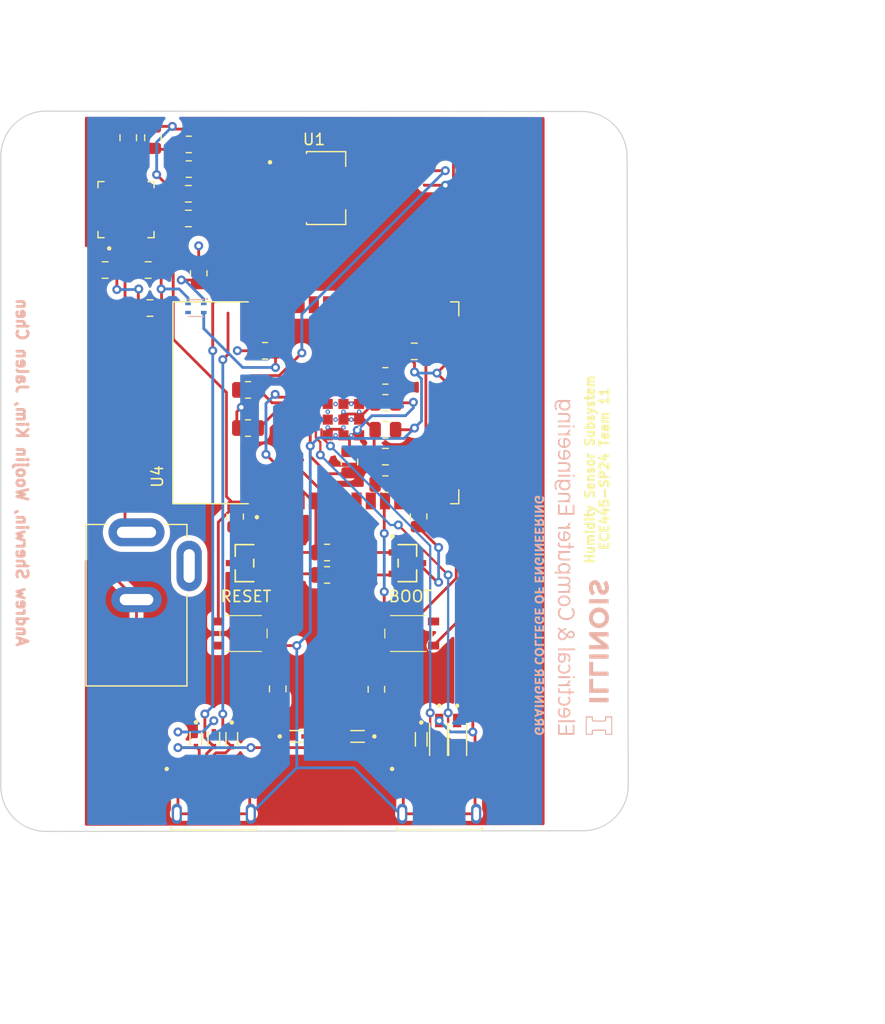
<source format=kicad_pcb>
(kicad_pcb (version 20240108) (generator "pcbnew") (generator_version "8.0")
  (layers (0 "F.Cu" signal) (31 "B.Cu" signal) (34 "B.Paste" user) (35 "F.Paste" user) (36 "B.SilkS" user "B.Silkscreen") (37 "F.SilkS" user "F.Silkscreen") (38 "B.Mask" user) (39 "F.Mask" user) (44 "Edge.Cuts" user))
  (net 0 "")
  (net 1 "Net-(C1-Pad1)")
  (net 2 "GND")
  (net 3 "Net-(C2-Pad1)")
  (net 4 "Net-(U2-VBUS)")
  (net 5 "+12V")
  (net 6 "+3.3V")
  (net 7 "CHIP_PU")
  (net 8 "IO0")
  (net 9 "VBUS")
  (net 10 "USB_DP")
  (net 11 "IO20")
  (net 12 "USB_DN")
  (net 13 "IO19")
  (net 17 "Net-(U2-~{RST})")
  (net 18 "Net-(U2-~{SUSPEND})")
  (net 19 "U0RXD")
  (net 20 "Net-(U2-TXD)")
  (net 21 "Net-(U2-RXD)")
  (net 22 "U0TXD")
  (net 23 "Net-(U3-SCL)")
  (net 24 "ESP_3V3")
  (net 25 "Net-(U3-SDA)")
  (net 26 "DTR")
  (net 27 "Net-(U5-BASE)")
  (net 28 "Net-(U6-BASE)")
  (net 29 "RTS")
  (net 30 "Net-(U5-COLLECTOR)")
  (net 31 "Net-(U6-COLLECTOR)")
  (footprint "ECE445:1N5819HW-7-F" (layer "F.Cu") (at 187.6 112.76 -90)
    (property "Reference" "D1" (hide yes))
    (property "Value" "1N5819HW-7-F")
  )
  (footprint "ECE445:LESD5D5_0CT1G" (layer "F.Cu") (at 184.4 112.76 -90)
    (property "Reference" "D7" (hide yes))
    (property "Value" "LESD5D5.0CT1G" (hide yes))
  )
  (footprint "Resistor_SMD:R_0805_2012Metric" (layer "F.Cu") (at 168.95 81.6 180)
    (property "Reference" "R8" (hide yes))
    (property "Value" "10000" (hide yes))
  )
  (footprint "Resistor_SMD:R_0805_2012Metric" (layer "F.Cu") (at 181.2 85.15 180)
    (property "Reference" "R6" (hide yes))
    (property "Value" "0" (hide yes))
  )
  (footprint "Capacitor_SMD:C_0805_2012Metric" (layer "F.Cu") (at 160.465 59.11 90)
    (property "Reference" "C5" (hide yes))
    (property "Value" "4.7uF" (hide yes))
  )
  (footprint "ECE445:LESD5D5_0CT1G" (layer "F.Cu") (at 167.5 112.76 -90)
    (property "Reference" "D3" (hide yes))
    (property "Value" "LESD5D5.0CT1G" (hide yes))
  )
  (footprint "ECE445:PTS815 SJG 250 SMTR LFS" (layer "F.Cu") (at 183.25 103.325 180)
    (property "Reference" "S1" (hide yes))
    (property "Value" "PTS815_SJG_250_SMTR_LFS" (hide yes))
  )
  (footprint "ECE445:SOT-23_ONS" (layer "F.Cu") (at 183.1652 97.0475 -90)
    (property "Reference" "U6" (hide yes))
    (property "Value" "L8050QLT1G" (hide yes))
  )
  (footprint "ECE445:PTS815 SJG 250 SMTR LFS" (layer "F.Cu") (at 168.55 103.325 180)
    (property "Reference" "S2" (hide yes))
    (property "Value" "PTS815_SJG_250_SMTR_LFS" (hide yes))
  )
  (footprint "ECE445:1N5819HW-7-F" (layer "F.Cu") (at 186 112.76 -90)
    (property "Reference" "D2" (hide yes))
    (property "Value" "1N5819HW-7-F")
  )
  (footprint "Resistor_SMD:R_0805_2012Metric" (layer "F.Cu") (at 167.8 92.895 90)
    (property "Reference" "R11" (hide yes))
    (property "Value" "10000" (hide yes))
  )
  (footprint "Capacitor_SMD:C_0805_2012Metric" (layer "F.Cu") (at 180.4 108.3 90)
    (property "Reference" "C6" (hide yes))
    (property "Value" "100nF" (hide yes))
  )
  (footprint "Capacitor_SMD:C_0805_2012Metric" (layer "F.Cu") (at 158.265 59.11 90)
    (property "Reference" "C4" (hide yes))
    (property "Value" "1uF" (hide yes))
  )
  (footprint "Resistor_SMD:R_0805_2012Metric" (layer "F.Cu") (at 163.665 59.71 180)
    (property "Reference" "R13" (hide yes))
    (property "Value" "0" (hide yes))
  )
  (footprint "ECE445:SOT-23_ONS" (layer "F.Cu") (at 168.6348 97.0475 90)
    (property "Reference" "U5" (hide yes))
    (property "Value" "L8050QLT1G" (hide yes))
  )
  (footprint "Resistor_SMD:R_0805_2012Metric" (layer "F.Cu") (at 181.2 80.35 180)
    (property "Reference" "R4" (hide yes))
    (property "Value" "10000" (hide yes))
  )
  (footprint "ECE445:10118193-0001LF" (layer "F.Cu") (at 165.9 119.4)
    (property "Reference" "J3" (hide yes))
    (property "Value" "10118193-0001LF" (hide yes))
  )
  (footprint "Resistor_SMD:R_0805_2012Metric" (layer "F.Cu") (at 181.2 82.75 180)
    (property "Reference" "R3" (hide yes))
    (property "Value" "1000" (hide yes))
  )
  (footprint "ECE445:LESD5D5_0CT1G" (layer "F.Cu") (at 164.3 112.74 -90)
    (property "Reference" "D8" (hide yes))
    (property "Value" "LESD5D5.0CT1G" (hide yes))
  )
  (footprint "Resistor_SMD:R_0805_2012Metric" (layer "F.Cu") (at 168.95 85 180)
    (property "Reference" "R7" (hide yes))
    (property "Value" "10000" (hide yes))
  )
  (footprint "MountingHole:MountingHole_3.2mm_M3" (layer "F.Cu") (at 198.881128 60.6)
    (property "Reference" "H3" (hide yes))
    (property "Value" "MountingHole" (hide yes))
  )
  (footprint "Resistor_SMD:R_0805_2012Metric" (layer "F.Cu") (at 184.1652 92.876 90)
    (property "Reference" "R12" (hide yes))
    (property "Value" "0" (hide yes))
  )
  (footprint "Capacitor_SMD:C_0805_2012Metric" (layer "F.Cu") (at 160.04 70.91)
    (property "Reference" "C1" (hide yes))
    (property "Value" "10uF" (hide yes))
  )
  (footprint "ECE445:LESD5D5_0CT1G" (layer "F.Cu") (at 178.72 112.5 180)
    (property "Reference" "D6" (hide yes))
    (property "Value" "LESD5D5.0CT1G")
  )
  (footprint "ECE445:LESD5D5_0CT1G" (layer "F.Cu") (at 165.9 112.74 -90)
    (property "Reference" "D4" (hide yes))
    (property "Value" "LESD5D5.0CT1G" (hide yes))
  )
  (footprint "Capacitor_SMD:C_0805_2012Metric" (layer "F.Cu") (at 156.2025 70.91 180)
    (property "Reference" "C2" (hide yes))
    (property "Value" "10uF" (hide yes))
  )
  (footprint "Capacitor_SMD:C_0805_2012Metric" (layer "F.Cu") (at 181.2 87.55)
    (property "Reference" "C9" (hide yes))
    (property "Value" "0.1uF" (hide yes))
  )
  (footprint "ECE445:10118193-0001LF" (layer "F.Cu") (at 186 119.4)
    (property "Reference" "J2" (hide yes))
    (property "Value" "10118193-0001LF" (hide yes))
  )
  (footprint "MountingHole:MountingHole_3.2mm_M3" (layer "F.Cu") (at 199.1 117.1)
    (property "Reference" "H4" (hide yes))
    (property "Value" "MountingHole" (hide yes))
  )
  (footprint "Resistor_SMD:R_0805_2012Metric" (layer "F.Cu") (at 181.2 90 180)
    (property "Reference" "R5" (hide yes))
    (property "Value" "0" (hide yes))
  )
  (footprint "ECE445:LDL1117S33R-SnapEDA" (layer "F.Cu") (at 175.915 63.6)
    (property "Reference" "U1")
    (property "Value" "LDL1117S33R-SnapEDA")
  )
  (footprint "ECE445:CP2102N-A02-GQFN28" (layer "F.Cu") (at 158.065 65.525 90)
    (property "Reference" "U2" (hide yes))
    (property "Value" "CP2102N-A02-GQFN28")
  )
  (footprint "Capacitor_SMD:C_0805_2012Metric" (layer "F.Cu") (at 183.7775 78.16 180)
    (property "Reference" "C11" (hide yes))
    (property "Value" "0.1uF" (hide yes))
  )
  (footprint "Resistor_SMD:R_0805_2012Metric" (layer "F.Cu") (at 170.465 78.11 180)
    (property "Reference" "R2" (hide yes))
    (property "Value" "47500" (hide yes))
  )
  (footprint "Capacitor_SMD:C_0805_2012Metric" (layer "F.Cu") (at 178 88.0375 -90)
    (property "Reference" "C8" (hide yes))
    (property "Value" "1uF" (hide yes))
  )
  (footprint "MountingHole:MountingHole_3.2mm_M3" (layer "F.Cu") (at 150.7 117.1)
    (property "Reference" "H2" (hide yes))
    (property "Value" "MountingHole" (hide yes))
  )
  (footprint "Resistor_SMD:R_0805_2012Metric" (layer "F.Cu") (at 176 98.1 180)
    (property "Reference" "R9" (hide yes))
    (property "Value" "10000" (hide yes))
  )
  (footprint "Resistor_SMD:R_0805_2012Metric" (layer "F.Cu") (at 164.55 71.2 90)
    (property "Reference" "R1" (hide yes))
    (property "Value" "22100" (hide yes))
  )
  (footprint "ECE445:LESD5D5_0CT1G" (layer "F.Cu") (at 173.28 112.5)
    (property "Reference" "D5" (hide yes))
    (property "Value" "LESD5D5.0CT1G")
  )
  (footprint "MountingHole:MountingHole_3.2mm_M3" (layer "F.Cu") (at 150.8 60.5)
    (property "Reference" "H1" (hide yes))
    (property "Value" "MountingHole" (hide yes))
  )
  (footprint "ECE445:ESP32-S3-WROOM-1-N8-SnapEDA" (layer "F.Cu") (at 175 82.75 90)
    (property "Reference" "U4")
    (property "Value" "ESP32-S3-WROOM-1-N8")
  )
  (footprint "ECE445:PJ-202AH" (layer "F.Cu") (at 159 100.8 -90)
    (property "Reference" "J1" (hide yes))
    (property "Value" "PJ-202AH" (hide yes))
  )
  (footprint "Capacitor_SMD:C_0805_2012Metric" (layer "F.Cu") (at 171.6 108.2625 90)
    (property "Reference" "C7" (hide yes))
    (property "Value" "10uF" (hide yes))
  )
  (footprint "Capacitor_SMD:C_0805_2012Metric" (layer "F.Cu") (at 160.2 74.3 180)
    (property "Reference" "C3" (hide yes))
    (property "Value" "1uF" (hide yes))
  )
  (footprint "Resistor_SMD:R_0805_2012Metric" (layer "F.Cu") (at 163.665 61.91)
    (property "Reference" "R14" (hide yes))
    (property "Value" "0" (hide yes))
  )
  (footprint "Capacitor_SMD:C_0805_2012Metric" (layer "F.Cu") (at 163.6275 66.31 180)
    (property "Reference" "C12" (hide yes))
    (property "Value" "10uF" (hide yes))
  )
  (footprint "Resistor_SMD:R_0805_2012Metric" (layer "F.Cu") (at 176 96.1)
    (property "Reference" "R10" (hide yes))
    (property "Value" "10000" (hide yes))
  )
  (footprint "Capacitor_SMD:C_0805_2012Metric" (layer "F.Cu") (at 163.6275 64.11 180)
    (property "Reference" "C10" (hide yes))
    (property "Value" "0.1uF" (hide yes))
  )
  (footprint "ECE445:SHT45-AD1B-R3" (layer "B.Cu") (at 164.3 74.3 180)
    (property "Reference" "U3" (hide yes))
    (property "Value" "SHT45-AD1B-R3" (hide yes))
  )
  (footprint "ECE445:IllinoisECENegative31mm" (layer "B.Cu") (at 198 97.4 90)
    (property "Reference" "" (hide yes))
    (property "Value" "LOGO" (hide yes))
  )
  (gr_arc (start 202.862256 116.877744) (mid 201.68155 119.728166) (end 198.831128 120.908872) (stroke (width 0.1)) (layer "Edge.Cuts"))
  (gr_arc (start 198.731128 56.771128) (mid 201.581561 57.951823) (end 202.762256 60.802256) (stroke (width 0.1)) (layer "Edge.Cuts"))
  (gr_line (start 198.731128 56.771128) (end 150.931128 56.74) (stroke (width 0.1)) (layer "Edge.Cuts"))
  (gr_line (start 202.862256 116.877744) (end 202.762256 60.802256) (stroke (width 0.1)) (layer "Edge.Cuts"))
  (gr_arc (start 146.9 60.771128) (mid 148.080682 57.920682) (end 150.931128 56.74) (stroke (width 0.1)) (layer "Edge.Cuts"))
  (gr_line (start 146.9 60.771128) (end 146.9 116.94) (stroke (width 0.1)) (layer "Edge.Cuts"))
  (gr_arc (start 150.931128 120.971128) (mid 148.080676 119.790452) (end 146.9 116.94) (stroke (width 0.1)) (layer "Edge.Cuts"))
  (gr_line (start 150.931128 120.971128) (end 198.831128 120.908872) (stroke (width 0.1)) (layer "Edge.Cuts"))
  (gr_text "Andrew Sherwin, Woojin Kim, Jalen Chen" (at 148.2 104.6 270) (layer "B.SilkS") (effects (font (size 1 1) (thickness 0.25) (bold yes)) (justify left bottom mirror)))
  (gr_text "Humidity Sensor Subsystem\n  ECE445-SP24 Team 11" (at 201.2 97.2 90) (layer "F.SilkS") (effects (font (size 0.8 0.8) (thickness 0.2) (bold yes)) (justify left bottom)))
  (gr_text "RESET" (at 166.4 100.6 0) (layer "F.SilkS") (effects (font (size 1 1)) (justify left bottom)))
  (gr_text "BOOT" (at 181.4 100.6 0) (layer "F.SilkS") (effects (font (size 1 1)) (justify left bottom)))
  (segment (start 173.497537 64.035) (end 173.932463 64.035) (width 0.25) (layer "F.Cu") (net 0))
  (segment (start 162.59 66.31) (end 162.59 64.11) (width 0.25) (layer "F.Cu") (net 0))
  (segment (start 174.897537 67.885) (end 175.332463 67.885) (width 0.25) (layer "F.Cu") (net 0))
  (segment (start 187.6 113.42) (end 186.8 112.62) (width 0.2) (layer "F.Cu") (net 0))
  (segment (start 166.7 78.9) (end 167.165 78.435) (width 0.25) (layer "F.Cu") (net 0))
  (segment (start 180.2 82.75) (end 179.2 83.75) (width 0.25) (layer "F.Cu") (net 0))
  (segment (start 174.415 67.36) (end 174.415 67.402463) (width 0.25) (layer "F.Cu") (net 0))
  (segment (start 162.7 116.95) (end 162.7 117.4) (width 0.25) (layer "F.Cu") (net 0))
  (segment (start 175 91.8) (end 170.55 87.35) (width 0.25) (layer "F.Cu") (net 0))
  (segment (start 187.275 59.95) (end 187.275 78.625) (width 0.25) (layer "F.Cu") (net 0))
  (segment (start 184.815 78.16) (end 184.815 91.2262) (width 0.25) (layer "F.Cu") (net 0))
  (segment (start 169.6 96.095) (end 174.995 96.095) (width 0.25) (layer "F.Cu") (net 0))
  (segment (start 173.932463 64.035) (end 174.415 64.517537) (width 0.25) (layer "F.Cu") (net 0))
  (segment (start 175.815 67.402463) (end 175.815 67.36) (width 0.25) (layer "F.Cu") (net 0))
  (segment (start 161.2375 74.3) (end 161.2375 72.6375) (width 0.25) (layer "F.Cu") (net 0))
  (segment (start 186.8 112.62) (end 186.8 110.4) (width 0.2) (layer "F.Cu") (net 0))
  (segment (start 177.21 85.11) (end 178 85.9) (width 0.25) (layer "F.Cu") (net 0))
  (segment (start 176.34 66.442537) (end 175.857463 65.96) (width 0.25) (layer "F.Cu") (net 0))
  (segment (start 189 110.8) (end 189 112.1) (width 0.25) (layer "F.Cu") (net 0))
  (segment (start 176.075 97.175) (end 176.075 91.175) (width 0.25) (layer "F.Cu") (net 0))
  (segment (start 174.5 87.525305) (end 174.5 86.6) (width 0.25) (layer "F.Cu") (net 0))
  (segment (start 158.065 62.51) (end 158.065 68.54) (width 0.25) (layer "F.Cu") (net 0))
  (segment (start 174.5 85.11) (end 174.5 83.25) (width 0.25) (layer "F.Cu") (net 0))
  (segment (start 165.8 73.845) (end 166.165 73.48) (width 0.25) (layer "F.Cu") (net 0))
  (segment (start 175.4 86.265686) (end 175 85.865686) (width 0.2) (layer "F.Cu") (net 0))
  (segment (start 189.2 116.95) (end 189.2 117.4) (width 0.25) (layer "F.Cu") (net 0))
  (segment (start 183.675305 102.25) (end 187.525 98.400305) (width 0.25) (layer "F.Cu") (net 0))
  (segment (start 165.9 113.4) (end 165.1 112.6) (width 0.25) (layer "F.Cu") (net 0))
  (segment (start 172.49 65.477463) (end 172.972537 65.96) (width 0.25) (layer "F.Cu") (net 0))
  (segment (start 162.665 61.71) (end 164.665 59.71) (width 0.25) (layer "F.Cu") (net 0))
  (segment (start 162.7 115.25) (end 162.7 116.95) (width 0.25) (layer "F.Cu") (net 0))
  (segment (start 179.3 84.25) (end 177.36 84.25) (width 0.25) (layer "F.Cu") (net 0))
  (segment (start 172.972537 65.96) (end 172.49 66.442537) (width 0.25) (layer "F.Cu") (net 0))
  (segment (start 187.525 98.400305) (end 187.525 95.2358) (width 0.25) (layer "F.Cu") (net 0))
  (segment (start 183.65 85.15) (end 183.8 85) (width 0.25) (layer "F.Cu") (net 0))
  (segment (start 173.497537 67.885) (end 173.932463 67.885) (width 0.25) (layer "F.Cu") (net 0))
  (segment (start 185.504456 96.8) (end 182.355378 93.650922) (width 0.2) (layer "F.Cu") (net 0))
  (segment (start 167.165 58.24) (end 168.165 58.24) (width 0.25) (layer "F.Cu") (net 0))
  (segment (start 165.795 60.78) (end 167.165 60.78) (width 0.25) (layer "F.Cu") (net 0))
  (segment (start 172.49 66.877463) (end 172.972537 67.36) (width 0.25) (layer "F.Cu") (net 0))
  (segment (start 172.64 87.74) (end 172.64 84.25) (width 0.25) (layer "F.Cu") (net 0))
  (segment (start 176.5 85.11) (end 177.21 85.11) (width 0.25) (layer "F.Cu") (net 0))
  (segment (start 184.8 119.4) (end 187.2 119.4) (width 0.25) (layer "F.Cu") (net 0))
  (segment (start 166.3 93.395) (end 167.8 91.895) (width 0.25) (layer "F.Cu") (net 0))
  (segment (start 162.59 66.31) (end 161.8 67.1) (width 0.25) (layer "F.Cu") (net 0))
  (segment (start 176.34 66.877463) (end 176.34 66.442537) (width 0.25) (layer "F.Cu") (net 0))
  (segment (start 180.2 81.05) (end 178.5 82.75) (width 0.25) (layer "F.Cu") (net 0))
  (segment (start 175.815 66.06) (end 174.415 66.06) (width 0.25) (layer "F.Cu") (net 0))
  (segment (start 187.2 119.4) (end 189.3 119.4) (width 0.25) (layer "F.Cu") (net 0))
  (segment (start 169.1 116.95) (end 169.1 117.4) (width 0.25) (layer "F.Cu") (net 0))
  (segment (start 175 85.865686) (end 175 85.11) (width 0.2) (layer "F.Cu") (net 0))
  (segment (start 182.7 119.4) (end 184.8 119.4) (width 0.25) (layer "F.Cu") (net 0))
  (segment (start 178.5 82.75) (end 177.36 82.75) (width 0.25) (layer "F.Cu") (net 0))
  (segment (start 166.955 113.965) (end 166.085 113.965) (width 0.25) (layer "F.Cu") (net 0))
  (segment (start 166.3 102.25) (end 166.3 93.395) (width 0.25) (layer "F.Cu") (net 0))
  (segment (start 176.34 65.042537) (end 175.857463 64.56) (width 0.25) (layer "F.Cu") (net 0))
  (segment (start 174.5 86.6) (end 174.5 85.11) (width 0.25) (layer "F.Cu") (net 0))
  (segment (start 161.8 67.1) (end 161.8 70.1875) (width 0.25) (layer "F.Cu") (net 0))
  (segment (start 186.15 114) (end 186 114.15) (width 0.2) (layer "F.Cu") (net 0))
  (segment (start 187.275 78.625) (end 185.8 80.1) (width 0.25) (layer "F.Cu") (net 0))
  (segment (start 187.525 95.2358) (end 184.1652 91.876) (width 0.25) (layer "F.Cu") (net 0))
  (segment (start 174.415 67.46) (end 174.415 66.06) (width 0.25) (layer "F.Cu") (net 0))
  (segment (start 175.815 64.517537) (end 175.815 64.56) (width 0.25) (layer "F.Cu") (net 0))
  (segment (start 172.972537 64.56) (end 172.49 65.042537) (width 0.25) (layer "F.Cu") (net 0))
  (segment (start 171.4 79.6) (end 171.4 78.175) (width 0.25) (layer "F.Cu") (net 0))
  (segment (start 164.665 59.71) (end 166.965 59.71) (width 0.25) (layer "F.Cu") (net 0))
  (segment (start 157.25 72.65) (end 157.25 70.92) (width 0.25) (layer "F.Cu") (net 0))
  (segment (start 158.265 60.1475) (end 160.465 60.1475) (width 0.25) (layer "F.Cu") (net 0))
  (segment (start 173.015 64.56) (end 173.015 64.517537) (width 0.25) (layer "F.Cu") (net 0))
  (segment (start 175.857463 64.56) (end 175.815 64.56) (width 0.25) (layer "F.Cu") (net 0))
  (segment (start 185.665 58.34) (end 187.275 59.95) (width 0.25) (layer "F.Cu") (net 0))
  (segment (start 187.975 101.925) (end 187.975 109.775) (width 0.25) (layer "F.Cu") (net 0))
  (segment (start 177 96.1) (end 182.195 96.1) (width 0.25) (layer "F.Cu") (net 0))
  (segment (start 174.415 66.06) (end 175.815 67.46) (width 0.25) (layer "F.Cu") (net 0))
  (segment (start 167.1 119.4) (end 169.2 119.4) (width 0.25) (layer "F.Cu") (net 0))
  (segment (start 178 87) (end 178 85.9) (width 0.25) (layer "F.Cu") (net 0))
  (segment (start 167.025 81.825) (end 162.275 77.075) (width 0.25) (layer "F.Cu") (net 0))
  (segment (start 165.9 113.4) (end 165.25 114.05) (width 0.25) (layer "F.Cu") (net 0))
  (segment (start 182.74 79.81) (end 182.2 80.35) (width 0.25) (layer "F.Cu") (net 0))
  (segment (start 173.015 66.06) (end 174.415 66.06) (width 0.25) (layer "F.Cu") (net 0))
  (segment (start 182.2 85.15) (end 183.65 85.15) (width 0.25) (layer "F.Cu") (net 0))
  (segment (start 187.6 112.1) (end 189 112.1) (width 0.25) (layer "F.Cu") (net 0))
  (segment (start 183.8 80) (end 183.8 79.22) (width 0.25) (layer "F.Cu") (net 0))
  (segment (start 155.165 70.91) (end 155.165 96.465) (width 0.25) (layer "F.Cu") (net 0))
  (segment (start 176.3 86.6) (end 175.5 85.8) (width 0.2) (layer "F.Cu") (net 0))
  (segment (start 155.165 70.91) (end 155.165 69.14) (width 0.25) (layer "F.Cu") (net 0))
  (segment (start 184.665 58.34) (end 185.665 58.34) (width 0.25) (layer "F.Cu") (net 0))
  (segment (start 182.8 116.95) (end 182.8 117.4) (width 0.25) (layer "F.Cu") (net 0))
  (segment (start 159 111.55) (end 162.7 115.25) (width 0.25) (layer "F.Cu") (net 0))
  (segment (start 182.355378 93.650922) (end 182.355378 93.644622) (width 0.2) (layer "F.Cu") (net 0))
  (segment (start 164.6 113.7) (end 164.6 116.725) (width 0.25) (layer "F.Cu") (net 0))
  (segment (start 174.415 64.517537) (end 174.932537 64) (width 0.25) (layer "F.Cu") (net 0))
  (segment (start 180.2 80.35) (end 180.2 81.05) (width 0.25) (layer "F.Cu") (net 0))
  (segment (start 187.6 113.42) (end 187.02 114) (width 0.2) (layer "F.Cu") (net 0))
  (segment (start 161.2375 72.6375) (end 161.2 72.6) (width 0.25) (layer "F.Cu") (net 0))
  (segment (start 169.1 117.4) (end 167.1 119.4) (width 0.25) (layer "F.Cu") (net 0))
  (segment (start 167.6696 97.0475) (end 167.6696 94.0254) (width 0.25) (layer "F.Cu") (net 0))
  (segment (start 166.965 59.71) (end 167.165 59.51) (width 0.25) (layer "F.Cu") (net 0))
  (segment (start 167.165 72.21) (end 164.56 72.21) (width 0.25) (layer "F.Cu") (net 0))
  (segment (start 175.815 67.36) (end 175.857463 67.36) (width 0.25) (layer "F.Cu") (net 0))
  (segment (start 189.2 117.4) (end 187.2 119.4) (width 0.25) (layer "F.Cu") (net 0))
  (segment (start 162.59 64.11) (end 162.51 64.11) (width 0.25) (layer "F.Cu") (net 0))
  (segment (start 173.96 113.5) (end 169.2 113.5) (width 0.25) (layer "F.Cu") (net 0))
  (segment (start 185.2 112.62) (end 185.2 110.4) (width 0.2) (layer "F.Cu") (net 0))
  (segment (start 185.35 114.07) (end 185.35 116.725) (width 0.2) (layer "F.Cu") (net 0))
  (segment (start 165.8 78.1) (end 165.8 73.845) (width 0.25) (layer "F.Cu") (net 0))
  (segment (start 181 102.25) (end 183.675305 102.25) (width 0.25) (layer "F.Cu") (net 0))
  (segment (start 186 113.42) (end 185.2 112.62) (width 0.2) (layer "F.Cu") (net 0))
  (segment (start 184.665 58.34) (end 182.135 58.34) (width 0.25) (layer "F.Cu") (net 0))
  (segment (start 173.015 64.56) (end 172.972537 64.56) (width 0.25) (layer "F.Cu") (net 0))
  (segment (start 177.04 112.5) (end 174.96 112.5) (width 0.25) (layer "F.Cu") (net 0))
  (segment (start 164.56 72.21) (end 164.55 72.2) (width 0.25) (layer "F.Cu") (net 0))
  (segment (start 157.975 93.275) (end 159 94.3) (width 0.25) (layer "F.Cu") (net 0))
  (segment (start 162.51 64.11) (end 160.8 62.4) (width 0.25) (layer "F.Cu") (net 0))
  (segment (start 173.932463 67.885) (end 174.415 67.402463) (width 0.25) (layer "F.Cu") (net 0))
  (segment (start 173.015 64.517537) (end 173.497537 64.035) (width 0.25) (layer "F.Cu") (net 0))
  (segment (start 165.25 114.05) (end 165.25 116.725) (width 0.25) (layer "F.Cu") (net 0))
  (segment (start 183.8 79.22) (end 182.74 78.16) (width 0.25) (layer "F.Cu") (net 0))
  (segment (start 178 85.9) (end 178.7 85.2) (width 0.25) (layer "F.Cu") (net 0))
  (segment (start 158.065 68.54) (end 158.065 70.085) (width 0.25) (layer "F.Cu") (net 0))
  (segment (start 185.8329 98.75) (end 184.1304 97.0475) (width 0.25) (layer "F.Cu") (net 0))
  (segment (start 155.165 96.465) (end 159 100.3) (width 0.25) (layer "F.Cu") (net 0))
  (segment (start 172.49 65.042537) (end 172.49 65.477463) (width 0.25) (layer "F.Cu") (net 0))
  (segment (start 158.265 58.0725) (end 160.465 58.0725) (width 0.25) (layer "F.Cu") (net 0))
  (segment (start 182.8 116.95) (end 182.8 119.3) (width 0.25) (layer "F.Cu") (net 0))
  (segment (start 189 112.1) (end 189.2 112.3) (width 0.25) (layer "F.Cu") (net 0))
  (segment (start 162.275 77.075) (end 162.275 68.7) (width 0.25) (layer "F.Cu") (net 0))
  (segment (start 172.64 82.25) (end 171.624598 82.25) (width 0.25) (layer "F.Cu") (net 0))
  (segment (start 173.015 63.09) (end 173.015 64.56) (width 0.25) (layer "F.Cu") (net 0))
  (segment (start 162.7 116.95) (end 162.7 119.3) (width 0.25) (layer "F.Cu") (net 0))
  (segment (start 176.049695 89.075) (end 174.5 87.525305) (width 0.25) (layer "F.Cu") (net 0))
  (segment (start 164.7 119.4) (end 167.1 119.4) (width 0.25) (layer "F.Cu") (net 0))
  (segment (start 185.95 98.75) (end 185.8329 98.75) (width 0.25) (layer "F.Cu") (net 0))
  (segment (start 155.165 69.14) (end 155.765 68.54) (width 0.25) (layer "F.Cu") (net 0))
  (segment (start 180.2 85.15) (end 179.3 84.25) (width 0.25) (layer "F.Cu") (net 0))
  (segment (start 174.932537 64) (end 175.297463 64) (width 0.25) (layer "F.Cu") (net 0))
  (segment (start 173.3 104.4) (end 170.8 104.4) (width 0.25) (layer "F.Cu") (net 0))
  (segment (start 164.665 61.91) (end 165.795 60.78) (width 0.25) (layer "F.Cu") (net 0))
  (segment (start 182.195 96.1) (end 182.2 96.095) (width 0.25) (layer "F.Cu") (net 0))
  (segment (start 160.4925 58.1) (end 160.465 58.0725) (width 0.25) (layer "F.Cu") (net 0))
  (segment (start 176.34 65.477463) (end 176.34 65.042537) (width 0.25) (layer "F.Cu") (net 0))
  (segment (start 185.95 95.65) (end 184.176 93.876) (width 0.25) (layer "F.Cu") (net 0))
  (segment (start 175.857463 65.96) (end 176.34 65.477463) (width 0.25) (layer "F.Cu") (net 0))
  (segment (start 174.415 64.66) (end 174.415 66.06) (width 0.25) (layer "F.Cu") (net 0))
  (segment (start 175.5 85.8) (end 175.5 85.11) (width 0.2) (layer "F.Cu") (net 0))
  (segment (start 162.7 113.5) (end 164.2 113.5) (width 0.25) (layer "F.Cu") (net 0))
  (segment (start 163 71.800497) (end 164.150497 71.800497) (width 0.25) (layer "F.Cu") (net 0))
  (segment (start 162.6 119.4) (end 164.7 119.4) (width 0.25) (layer "F.Cu") (net 0))
  (segment (start 174.415 64.56) (end 174.415 64.517537) (width 0.25) (layer "F.Cu") (net 0))
  (segment (start 177.96 113.42) (end 177.04 112.5) (width 0.25) (layer "F.Cu") (net 0))
  (segment (start 176.075 91.175) (end 172.64 87.74) (width 0.25) (layer "F.Cu") (net 0))
  (segment (start 167.025 91.12) (end 167.025 81.825) (width 0.25) (layer "F.Cu") (net 0))
  (segment (start 184.7 113.72) (end 184.7 116.725) (width 0.25) (layer "F.Cu") (net 0))
  (segment (start 167.5 113.42) (end 166.7 112.62) (width 0.25) (layer "F.Cu") (net 0))
  (segment (start 169.1 116.95) (end 169.1 119.3) (width 0.25) (layer "F.Cu") (net 0))
  (segment (start 187.02 114) (end 186.15 114) (width 0.2) (layer "F.Cu") (net 0))
  (segment (start 172.972537 67.36) (end 173.015 67.36) (width 0.25) (layer "F.Cu") (net 0))
  (segment (start 161.2 72.6) (end 161.2 71.0325) (width 0.25) (layer "F.Cu") (net 0))
  (segment (start 166.085 113.965) (end 165.9 114.15) (width 0.25) (layer "F.Cu") (net 0))
  (segment (start 185.504456 96.804456) (end 186.8 98.1) (width 0.2) (layer "F.Cu") (net 0))
  (segment (start 171.465 76.005) (end 171.47 76) (width 0.25) (layer "F.Cu") (net 0))
  (segment (start 162.44 58.34) (end 162.2 58.1) (width 0.25) (layer "F.Cu") (net 0))
  (segment (start 157.24 70.91) (end 156.94 70.91) (width 0.25) (layer "F.Cu") (net 0))
  (segment (start 184.4 113.42) (end 177.96 113.42) (width 0.25) (layer "F.Cu") (net 0))
  (segment (start 174.995 96.095) (end 175 96.1) (width 0.25) (layer "F.Cu") (net 0))
  (segment (start 175.815 64.66) (end 174.415 66.06) (width 0.25) (layer "F.Cu") (net 0))
  (segment (start 167.5 113.42) (end 166.955 113.965) (width 0.25) (layer "F.Cu") (net 0))
  (segment (start 180.2 85.15) (end 180.2 87.5125) (width 0.25) (layer "F.Cu") (net 0))
  (segment (start 161.2 71.0325) (end 161.0775 70.91) (width 0.25) (layer "F.Cu") (net 0))
  (segment (start 160.365 68.54) (end 160.365 69.5475) (width 0.25) (layer "F.Cu") (net 0))
  (segment (start 162.665 61.91) (end 162.665 61.71) (width 0.25) (layer "F.Cu") (net 0))
  (segment (start 184.4 113.42) (end 184.7 113.72) (width 0.25) (layer "F.Cu") (net 0))
  (segment (start 175.857463 67.36) (end 176.34 66.877463) (width 0.25) (layer "F.Cu") (net 0))
  (segment (start 179.2 83.75) (end 177.36 83.75) (width 0.25) (layer "F.Cu") (net 0))
  (segment (start 174.96 112.5) (end 173.96 113.5) (width 0.25) (layer "F.Cu") (net 0))
  (segment (start 159 100.3) (end 159 111.55) (width 0.25) (layer "F.Cu") (net 0))
  (segment (start 164.665 61.91) (end 164.665 64.11) (width 0.25) (layer "F.Cu") (net 0))
  (segment (start 184.815 78.16) (end 184.815 74.9) (width 0.25) (layer "F.Cu") (net 0))
  (segment (start 164.150497 71.800497) (end 164.55 72.2) (width 0.25) (layer "F.Cu") (net 0))
  (segment (start 174.5 83.25) (end 175 82.75) (width 0.25) (layer "F.Cu") (net 0))
  (segment (start 184.815 74.9) (end 184.665 74.75) (width 0.25) (layer "F.Cu") (net 0))
  (segment (start 186 114.15) (end 186 116.725) (width 0.2) (layer "F.Cu") (net 0))
  (segment (start 162.2 58.1) (end 160.4925 58.1) (width 0.25) (layer "F.Cu") (net 0))
  (segment (start 168.165 58.24) (end 173.015 63.09) (width 0.25) (layer "F.Cu") (net 0))
  (segment (start 177.04 104.71) (end 181.1 100.65) (width 0.25) (layer "F.Cu") (net 0))
  (segment (start 171.465 78.11) (end 171.465 76.005) (width 0.25) (layer "F.Cu") (net 0))
  (segment (start 185.504456 96.8) (end 185.504456 96.804456) (width 0.2) (layer "F.Cu") (net 0))
  (segment (start 157.25 70.92) (end 157.24 70.91) (width 0.25) (layer "F.Cu") (net 0))
  (segment (start 159.1625 74.3) (end 159.1625 72.6375) (width 0.25) (layer "F.Cu") (net 0))
  (segment (start 173.015 67.402463) (end 173.497537 67.885) (width 0.25) (layer "F.Cu") (net 0))
  (segment (start 172.49 66.442537) (end 172.49 66.877463) (width 0.25) (layer "F.Cu") (net 0))
  (segment (start 164.3 113.4) (end 164.6 113.7) (width 0.25) (layer "F.Cu") (net 0))
  (segment (start 161.8 70.1875) (end 161.0775 70.91) (width 0.25) (layer "F.Cu") (net 0))
  (segment (start 167.165 58.34) (end 162.44 58.34) (width 0.25) (layer "F.Cu") (net 0))
  (segment (start 175.332463 67.885) (end 175.815 67.402463) (width 0.25) (layer "F.Cu") (net 0))
  (segment (start 165.9 114.15) (end 165.9 116.725) (width 0.25) (layer "F.Cu") (net 0))
  (segment (start 158.265 58.0725) (end 155.765 60.5725) (width 0.25) (layer "F.Cu") (net 0))
  (segment (start 166.7 112.62) (end 166.7 110.5) (width 0.25) (layer "F.Cu") (net 0))
  (segment (start 173.015 67.46) (end 174.415 66.06) (width 0.25) (layer "F.Cu") (net 0))
  (segment (start 185.5 104.4) (end 187.975 101.925) (width 0.25) (layer "F.Cu") (net 0))
  (segment (start 171.624598 82.25) (end 171.369731 81.995133) (width 0.25) (layer "F.Cu") (net 0))
  (segment (start 158.065 62.51) (end 158.065 60.3475) (width 0.25) (layer "F.Cu") (net 0))
  (segment (start 157.975 71.9375) (end 157.975 93.275) (width 0.25) (layer "F.Cu") (net 0))
  (segment (start 174.415 67.402463) (end 174.897537 67.885) (width 0.25) (layer "F.Cu") (net 0))
  (segment (start 181.1 94.4) (end 181.1 91.1) (width 0.25) (layer "F.Cu") (net 0))
  (segment (start 166.165 73.48) (end 167.165 73.48) (width 0.25) (layer "F.Cu") (net 0))
  (segment (start 187.975 101.925) (end 187.975 82.275) (width 0.25) (layer "F.Cu") (net 0))
  (segment (start 173.015 65.96) (end 172.972537 65.96) (width 0.25) (layer "F.Cu") (net 0))
  (segment (start 158.065 60.3475) (end 158.265 60.1475) (width 0.25) (layer "F.Cu") (net 0))
  (segment (start 159.0025 70.91) (end 157.975 71.9375) (width 0.25) (layer "F.Cu") (net 0))
  (segment (start 175 96.1) (end 175 91.8) (width 0.25) (layer "F.Cu") (net 0))
  (segment (start 177.04 112.5) (end 177.04 104.71) (width 0.25) (layer "F.Cu") (net 0))
  (segment (start 162.275 68.7) (end 164.665 66.31) (width 0.25) (layer "F.Cu") (net 0))
  (segment (start 182.74 78.16) (end 182.74 79.81) (width 0.25) (layer "F.Cu") (net 0))
  (segment (start 187.975 82.275) (end 185.8 80.1) (width 0.25) (layer "F.Cu") (net 0))
  (segment (start 167.8 91.895) (end 167.025 91.12) (width 0.25) (layer "F.Cu") (net 0))
  (segment (start 169.6 98) (end 174.9 98) (width 0.25) (layer "F.Cu") (net 0))
  (segment (start 187.975 109.775) (end 189 110.8) (width 0.25) (layer "F.Cu") (net 0))
  (segment (start 175.297463 64) (end 175.815 64.517537) (width 0.25) (layer "F.Cu") (net 0))
  (segment (start 160.365 69.5475) (end 159.0025 70.91) (width 0.25) (layer "F.Cu") (net 0))
  (segment (start 162.7 117.4) (end 164.7 119.4) (width 0.25) (layer "F.Cu") (net 0))
  (segment (start 181.1 100.65) (end 181.1 99.6) (width 0.25) (layer "F.Cu") (net 0))
  (segment (start 175.815 65.96) (end 175.857463 65.96) (width 0.25) (layer "F.Cu") (net 0))
  (segment (start 178 89.075) (end 176.049695 89.075) (width 0.25) (layer "F.Cu") (net 0))
  (segment (start 160.465 60.1475) (end 162.2275 60.1475) (width 0.25) (layer "F.Cu") (net 0))
  (segment (start 158.065 70.085) (end 157.24 70.91) (width 0.25) (layer "F.Cu") (net 0))
  (segment (start 165.1 112.6) (end 165.1 110.5) (width 0.25) (layer "F.Cu") (net 0))
  (segment (start 184.815 91.2262) (end 184.1652 91.876) (width 0.25) (layer "F.Cu") (net 0))
  (segment (start 182.2 82.75) (end 183.65 82.75) (width 0.25) (layer "F.Cu") (net 0))
  (segment (start 176 85.11) (end 176.5 85.11) (width 0.25) (layer "F.Cu") (net 0))
  (segment (start 189.2 116.95) (end 189.2 119.3) (width 0.25) (layer "F.Cu") (net 0))
  (segment (start 164.665 66.31) (end 164.665 64.11) (width 0.25) (layer "F.Cu") (net 0))
  (segment (start 181.1 91.1) (end 182.2 90) (width 0.25) (layer "F.Cu") (net 0))
  (segment (start 173.015 67.36) (end 173.015 67.402463) (width 0.25) (layer "F.Cu") (net 0))
  (segment (start 177 98.1) (end 176.075 97.175) (width 0.25) (layer "F.Cu") (net 0))
  (segment (start 155.765 60.5725) (end 155.765 68.54) (width 0.25) (layer "F.Cu") (net 0))
  (segment (start 186 113.42) (end 185.35 114.07) (width 0.2) (layer "F.Cu") (net 0))
  (segment (start 189.2 112.3) (end 189.2 116.95) (width 0.25) (layer "F.Cu") (net 0))
  (segment (start 174.415 66.06) (end 173.015 64.66) (width 0.25) (layer "F.Cu") (net 0))
  (segment (start 175.4 87.4) (end 175.4 86.265686) (width 0.2) (layer "F.Cu") (net 0))
  (segment (start 177 98.1) (end 182.1 98.1) (width 0.25) (layer "F.Cu") (net 0))
  (segment (start 180.2 90) (end 180.2 87.5875) (width 0.25) (layer "F.Cu") (net 0))
  (segment (start 162.2275 60.1475) (end 162.665 59.71) (width 0.25) (layer "F.Cu") (net 0))
  (segment (start 182.135 58.34) (end 175.815 64.66) (width 0.25) (layer "F.Cu") (net 0))
  (segment (start 167.165 78.435) (end 167.165 74.75) (width 0.25) (layer "F.Cu") (net 0))
  (segment (start 182.8 117.4) (end 184.8 119.4) (width 0.25) (layer "F.Cu") (net 0))
  (via (at 185.95 98.75) (size 0.8) (drill 0.4) (layers "F.Cu" "B.Cu") (net 0))
  (via (at 173.3 104.4) (size 0.8) (drill 0.4) (layers "F.Cu" "B.Cu") (net 0))
  (via (at 162.7 113.5) (size 0.8) (drill 0.4) (layers "F.Cu" "B.Cu") (net 0))
  (via (at 168 78.1) (size 0.8) (drill 0.4) (layers "F.Cu" "B.Cu") (net 0))
  (via (at 160.8 62.4) (size 0.8) (drill 0.4) (layers "F.Cu" "B.Cu") (net 0))
  (via (at 165.9 111.1) (size 0.8) (drill 0.4) (layers "F.Cu" "B.Cu") (net 0))
  (via (at 185.8 80.1) (size 0.8) (drill 0.4) (layers "F.Cu" "B.Cu") (net 0))
  (via (at 166.7 110.5) (size 0.8) (drill 0.4) (layers "F.Cu" "B.Cu") (net 0))
  (via (at 161.2 72.6) (size 0.8) (drill 0.4) (layers "F.Cu" "B.Cu") (net 0))
  (via (at 185.2 110.4) (size 0.8) (drill 0.4) (layers "F.Cu" "B.Cu") (net 0))
  (via (at 183.8 85) (size 0.8) (drill 0.4) (layers "F.Cu" "B.Cu") (net 0))
  (via (at 165.8 78.1) (size 0.8) (drill 0.4) (layers "F.Cu" "B.Cu") (net 0))
  (via (at 171.369731 81.995133) (size 0.8) (drill 0.4) (layers "F.Cu" "B.Cu") (net 0))
  (via (at 165.1 110.5) (size 0.8) (drill 0.4) (layers "F.Cu" "B.Cu") (net 0))
  (via (at 176.3 86.6) (size 0.8) (drill 0.4) (layers "F.Cu" "B.Cu") (net 0))
  (via (at 171.4 79.6) (size 0.8) (drill 0.4) (layers "F.Cu" "B.Cu") (net 0))
  (via (at 186.8 98.1) (size 0.8) (drill 0.4) (layers "F.Cu" "B.Cu") (net 0))
  (via (at 175.4 87.4) (size 0.8) (drill 0.4) (layers "F.Cu" "B.Cu") (net 0))
  (via (at 183.8 80) (size 0.8) (drill 0.4) (layers "F.Cu" "B.Cu") (net 0))
  (via (at 183.7 82.7) (size 0.8) (drill 0.4) (layers "F.Cu" "B.Cu") (net 0))
  (via (at 178.7 85.2) (size 0.8) (drill 0.4) (layers "F.Cu" "B.Cu") (net 0))
  (via (at 181.1 99.6) (size 0.8) (drill 0.4) (layers "F.Cu" "B.Cu") (net 0))
  (via (at 169.2 113.5) (size 0.8) (drill 0.4) (layers "F.Cu" "B.Cu") (net 0))
  (via (at 185.95 95.65) (size 0.8) (drill 0.4) (layers "F.Cu" "B.Cu") (net 0))
  (via (at 170.55 87.35) (size 0.8) (drill 0.4) (layers "F.Cu" "B.Cu") (net 0))
  (via (at 166.7 78.9) (size 0.8) (drill 0.4) (layers "F.Cu" "B.Cu") (net 0))
  (via (at 181.1 94.4) (size 0.8) (drill 0.4) (layers "F.Cu" "B.Cu") (net 0))
  (via (at 159.2 72.6) (size 0.8) (drill 0.4) (layers "F.Cu" "B.Cu") (net 0))
  (via (at 174.5 86.6) (size 0.8) (drill 0.4) (layers "F.Cu" "B.Cu") (net 0))
  (via (at 186.8 110.4) (size 0.8) (drill 0.4) (layers "F.Cu" "B.Cu") (net 0))
  (via (at 162.7 112.1) (size 0.8) (drill 0.4) (layers "F.Cu" "B.Cu") (net 0))
  (via (at 182.355378 93.644622) (size 0.8) (drill 0.4) (layers "F.Cu" "B.Cu") (net 0))
  (via (at 162.2 58.1) (size 0.8) (drill 0.4) (layers "F.Cu" "B.Cu") (net 0))
  (via (at 157.25 72.65) (size 0.8) (drill 0.4) (layers "F.Cu" "B.Cu") (net 0))
  (via (at 164.55 68.75) (size 0.8) (drill 0.4) (layers "F.Cu" "B.Cu") (net 0))
  (via (at 189 112.1) (size 0.8) (drill 0.4) (layers "F.Cu" "B.Cu") (net 0))
  (via (at 163 71.800497) (size 0.8) (drill 0.4) (layers "F.Cu" "B.Cu") (net 0))
  (via (at 186 111.1) (size 0.8) (drill 0.4) (layers "F.Cu" "B.Cu") (net 0))
  (segment (start 176.650305 85.925) (end 176.600305 85.875) (width 0.25) (layer "B.Cu") (net 0))
  (segment (start 165.8 109.8) (end 165.8 78.1) (width 0.25) (layer "B.Cu") (net 0))
  (segment (start 185.95 95.65) (end 185.95 95.4) (width 0.25) (layer "B.Cu") (net 0))
  (segment (start 187 112.1) (end 186 111.1) (width 0.25) (layer "B.Cu") (net 0))
  (segment (start 182.355378 93.644622) (end 181.644622 93.644622) (width 0.2) (layer "B.Cu") (net 0))
  (segment (start 178.4 115.3) (end 173.3 115.3) (width 0.25) (layer "B.Cu") (net 0))
  (segment (start 165 73.5) (end 163.300497 71.800497) (width 0.25) (layer "B.Cu") (net 0))
  (segment (start 160.8 59.5) (end 162.2 58.1) (width 0.25) (layer "B.Cu") (net 0))
  (segment (start 170.55 82.814864) (end 170.55 87.35) (width 0.25) (layer "B.Cu") (net 0))
  (segment (start 163.300497 71.800497) (end 163 71.800497) (width 0.25) (layer "B.Cu") (net 0))
  (segment (start 163.6 73.9) (end 163.6 73.4) (width 0.25) (layer "B.Cu") (net 0))
  (segment (start 176.600305 85.875) (end 175.225 85.875) (width 0.25) (layer "B.Cu") (net 0))
  (segment (start 183 83.9) (end 180 83.9) (width 0.25) (layer "B.Cu") (net 0))
  (segment (start 185.8 80.1) (end 183.9 80.1) (width 0.25) (layer "B.Cu") (net 0))
  (segment (start 173.3 115.3) (end 173.3 104.4) (width 0.25) (layer "B.Cu") (net 0))
  (segment (start 165 74.7) (end 165 76.125305) (width 0.25) (layer "B.Cu") (net 0))
  (segment (start 182.7 119.4) (end 182.5 119.4) (width 0.25) (layer "B.Cu") (net 0))
  (segment (start 180 83.9) (end 178.7 85.2) (width 0.25) (layer "B.Cu") (net 0))
  (segment (start 169.2 113.5) (end 162.7 113.5) (width 0.25) (layer "B.Cu") (net 0))
  (segment (start 173.3 115.3) (end 169.2 119.4) (width 0.25) (layer "B.Cu") (net 0))
  (segment (start 184.425 80.625) (end 183.8 80) (width 0.25) (layer "B.Cu") (net 0))
  (segment (start 189 112.1) (end 187 112.1) (width 0.25) (layer "B.Cu") (net 0))
  (segment (start 181.644622 93.644622) (end 175.4 87.4) (width 0.2) (layer "B.Cu") (net 0))
  (segment (start 174.5 103.2) (end 173.3 104.4) (width 0.25) (layer "B.Cu") (net 0))
  (segment (start 185.95 97.4) (end 185.95 95.65) (width 0.25) (layer "B.Cu") (net 0))
  (segment (start 171.369731 81.995133) (end 170.55 82.814864) (width 0.25) (layer "B.Cu") (net 0))
  (segment (start 165 76.125305) (end 168.474695 79.6) (width 0.25) (layer "B.Cu") (net 0))
  (segment (start 183.7 82.7) (end 183.7 83.2) (width 0.25) (layer "B.Cu") (net 0))
  (segment (start 186.8 110.4) (end 186.8 98.1) (width 0.2) (layer "B.Cu") (net 0))
  (segment (start 185.2 110.4) (end 185.2 95.5) (width 0.2) (layer "B.Cu") (net 0))
  (segment (start 185.2 95.5) (end 176.3 86.6) (width 0.2) (layer "B.Cu") (net 0))
  (segment (start 185.95 97.4) (end 185.95 98.75) (width 0.25) (layer "B.Cu") (net 0))
  (segment (start 157.25 72.65) (end 159.15 72.65) (width 0.25) (layer "B.Cu") (net 0))
  (segment (start 165 73.9) (end 165 73.5) (width 0.25) (layer "B.Cu") (net 0))
  (segment (start 163 72.8) (end 162.8 72.6) (width 0.25) (layer "B.Cu") (net 0))
  (segment (start 182.5 119.4) (end 178.4 115.3) (width 0.25) (layer "B.Cu") (net 0))
  (segment (start 162.8 72.6) (end 161.2 72.6) (width 0.25) (layer "B.Cu") (net 0))
  (segment (start 182.875 85.925) (end 176.650305 85.925) (width 0.25) (layer "B.Cu") (net 0))
  (segment (start 183.7 83.2) (end 183 83.9) (width 0.25) (layer "B.Cu") (net 0))
  (segment (start 183.8 85) (end 182.875 85.925) (width 0.25) (layer "B.Cu") (net 0))
  (segment (start 174.5 86.6) (end 174.5 103.2) (width 0.25) (layer "B.Cu") (net 0))
  (segment (start 165.1 110.5) (end 165.8 109.8) (width 0.25) (layer "B.Cu") (net 0))
  (segment (start 183.8 85) (end 184.425 84.375) (width 0.25) (layer "B.Cu") (net 0))
  (segment (start 166.7 110.5) (end 166.7 78.9) (width 0.25) (layer "B.Cu") (net 0))
  (segment (start 163.6 73.4) (end 163 72.8) (width 0.25) (layer "B.Cu") (net 0))
  (segment (start 175.225 85.875) (end 174.5 86.6) (width 0.25) (layer "B.Cu") (net 0))
  (segment (start 184.425 84.375) (end 184.425 80.625) (width 0.25) (layer "B.Cu") (net 0))
  (segment (start 183.9 80.1) (end 183.8 80) (width 0.25) (layer "B.Cu") (net 0))
  (segment (start 160.8 62.4) (end 160.8 59.5) (width 0.25) (layer "B.Cu") (net 0))
  (segment (start 159.15 72.65) (end 159.2 72.6) (width 0.25) (layer "B.Cu") (net 0))
  (segment (start 168.474695 79.6) (end 171.4 79.6) (width 0.25) (layer "B.Cu") (net 0))
  (segment (start 181.1 99.6) (end 181.1 94.4) (width 0.25) (layer "B.Cu") (net 0))
  (segment (start 180.4 112.5) (end 180.4 109.3375) (width 0.25) (layer "F.Cu") (net 2))
  (segment (start 162.7 112.1) (end 164.28 112.1) (width 0.25) (layer "F.Cu") (net 2))
  (segment (start 165.9 111.1) (end 164.9 112.1) (width 0.25) (layer "B.Cu") (net 2))
  (segment (start 164.9 112.1) (end 162.7 112.1) (width 0.25) (layer "B.Cu") (net 2))
  (segment (start 169.465 78.11) (end 168.01 78.11) (width 0.25) (layer "F.Cu") (net 4))
  (segment (start 164.55 68.75) (end 164.55 70.2) (width 0.25) (layer "F.Cu") (net 4))
  (segment (start 171.6 112.5) (end 171.6 109.3) (width 0.25) (layer "F.Cu") (net 6))
  (segment (start 184.695 63.35) (end 184.665 63.32) (width 0.25) (layer "F.Cu") (net 6))
  (segment (start 167.95 83.55) (end 168.35 83.15) (width 0.25) (layer "F.Cu") (net 6))
  (segment (start 186.55 63.35) (end 184.695 63.35) (width 0.25) (layer "F.Cu") (net 6))
  (segment (start 167.95 85) (end 167.95 83.55) (width 0.25) (layer "F.Cu") (net 6))
  (via (at 186.55 63.35) (size 0.8) (drill 0.4) (layers "F.Cu" "B.Cu") (net 6))
  (via (at 168.35 83.15) (size 0.8) (drill 0.4) (layers "F.Cu" "B.Cu") (net 6))
  (segment (start 178.6 71.3) (end 186.55 63.35) (width 0.25) (layer "B.Cu") (net 6))
  (segment (start 168.35 83.15) (end 168.875305 83.15) (width 0.25) (layer "B.Cu") (net 6))
  (segment (start 178.6 81.1) (end 178.6 71.3) (width 0.25) (layer "B.Cu") (net 6))
  (segment (start 168.875305 83.15) (end 170.925305 81.1) (width 0.25) (layer "B.Cu") (net 6))
  (segment (start 170.925305 81.1) (end 178.6 81.1) (width 0.25) (layer "B.Cu") (net 6))
  (segment (start 171.725 80.325) (end 173.75 78.3) (width 0.25) (layer "F.Cu") (net 7))
  (segment (start 169.225 80.325) (end 171.725 80.325) (width 0.25) (layer "F.Cu") (net 7))
  (segment (start 186.55 62.05) (end 184.665 62.05) (width 0.25) (layer "F.Cu") (net 7))
  (segment (start 167.95 81.6) (end 169.225 80.325) (width 0.25) (layer "F.Cu") (net 7))
  (via (at 186.55 62.05) (size 0.8) (drill 0.4) (layers "F.Cu" "B.Cu") (net 7))
  (via (at 173.75 78.3) (size 0.8) (drill 0.4) (layers "F.Cu" "B.Cu") (net 7))
  (segment (start 173.75 78.3) (end 173.75 74.85) (width 0.25) (layer "B.Cu") (net 7))
  (segment (start 173.75 74.85) (end 186.55 62.05) (width 0.25) (layer "B.Cu") (net 7))
  (segment (start 171.7 83.25) (end 169.95 85) (width 0.25) (layer "F.Cu") (net 23))
  (segment (start 172.64 83.25) (end 171.7 83.25) (width 0.25) (layer "F.Cu") (net 23))
  (segment (start 172.64 82.75) (end 171.1 82.75) (width 0.25) (layer "F.Cu") (net 24))
  (segment (start 171.1 82.75) (end 169.95 81.6) (width 0.25) (layer "F.Cu") (net 24))
  (zone (net 2) (net_name "GND") (layer "F.Cu") (connect_pads yes (clearance 0.5)) (min_thickness 0.25) (fill yes (thermal_gap 0.5) (thermal_bridge_width 0.5))
    (polygon (pts (xy 154.4 57) (xy 195.4 57) (xy 195.4 120.6) (xy 154.4 120.6)))
  )
  (zone (net 6) (net_name "+3.3V") (layer "B.Cu") (priority 1) (connect_pads (clearance 0.5)) (min_thickness 0.25) (fill yes (thermal_gap 0.5) (thermal_bridge_width 0.5))
    (polygon (pts (xy 154.6 57.2) (xy 195.2 57.2) (xy 195.2 120.4) (xy 154.6 120.4)))
  )
)
</source>
